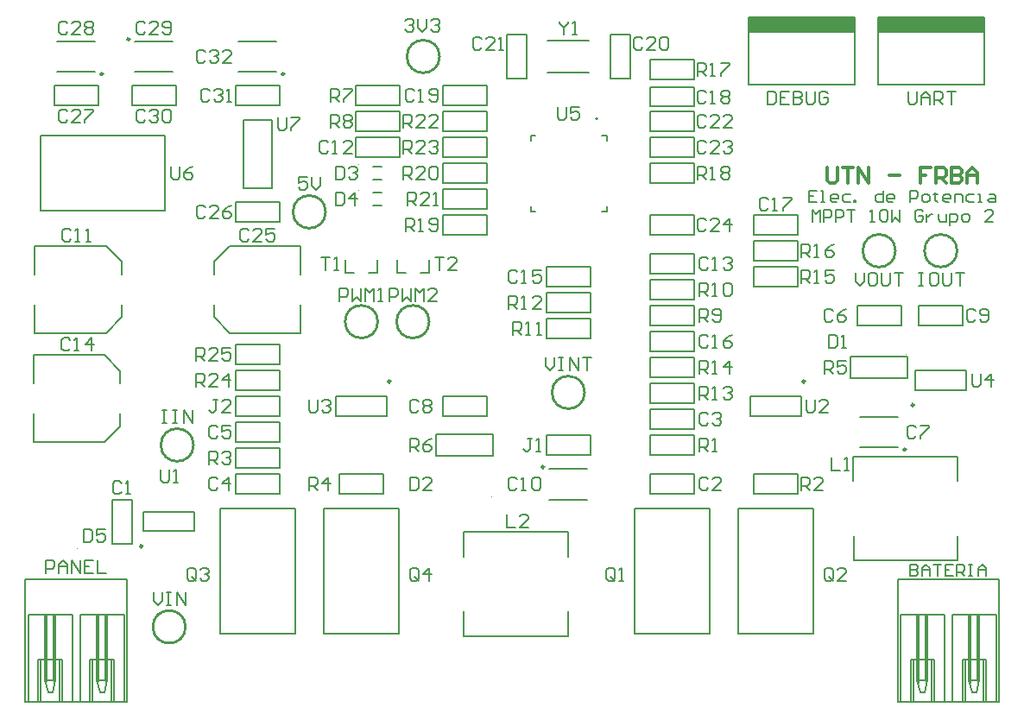
<source format=gto>
G04*
G04 #@! TF.GenerationSoftware,Altium Limited,Altium Designer,23.3.1 (30)*
G04*
G04 Layer_Color=65535*
%FSLAX45Y45*%
%MOMM*%
G71*
G04*
G04 #@! TF.SameCoordinates,551D5C09-00C5-4FD8-83AD-956C1D01ED91*
G04*
G04*
G04 #@! TF.FilePolarity,Positive*
G04*
G01*
G75*
%ADD10C,0.25400*%
%ADD11C,0.10000*%
%ADD12C,0.15240*%
%ADD13C,0.25000*%
%ADD14C,0.20000*%
%ADD15C,0.20320*%
%ADD16C,0.12700*%
%ADD17C,0.30480*%
%ADD18R,5.33400X1.52400*%
D10*
X3844000Y2909500D02*
G03*
X3844000Y2909500I-12500J0D01*
G01*
X9399561Y4191000D02*
G03*
X9399561Y4191000I-160000J0D01*
G01*
X4224000Y3495180D02*
G03*
X4224000Y3495180I-160000J0D01*
G01*
X3718700Y3495180D02*
G03*
X3718700Y3495180I-160000J0D01*
G01*
X1912557Y2286000D02*
G03*
X1912557Y2286000I-160000J0D01*
G01*
X4325600Y6096000D02*
G03*
X4325600Y6096000I-160000J0D01*
G01*
X3208000Y4572000D02*
G03*
X3208000Y4572000I-160000J0D01*
G01*
X1833956Y502278D02*
G03*
X1833956Y502278I-160000J0D01*
G01*
X5748000Y2801538D02*
G03*
X5748000Y2801538I-160000J0D01*
G01*
X8796000Y4191000D02*
G03*
X8796000Y4191000I-160000J0D01*
G01*
X8976561Y2678500D02*
G03*
X8976561Y2678500I-12500J0D01*
G01*
X1410957Y1292401D02*
G03*
X1410957Y1292401I-12500J0D01*
G01*
X7908000Y2909500D02*
G03*
X7908000Y2909500I-12500J0D01*
G01*
D11*
X8901000Y3175750D02*
G03*
X8901000Y3175750I-5000J0D01*
G01*
X3538890Y5039213D02*
G03*
X3538890Y5039213I-5000J0D01*
G01*
Y4785213D02*
G03*
X3538890Y4785213I-5000J0D01*
G01*
X773000Y1269500D02*
G03*
X773000Y1269500I-5000J0D01*
G01*
X4837000Y1777500D02*
G03*
X4837000Y1777500I-5000J0D01*
G01*
D12*
X5873160Y5483010D02*
G03*
X5873160Y5483010I-7620J0D01*
G01*
X5962650Y5271434D02*
Y5320030D01*
X5914054Y4575810D02*
X5962650D01*
X5218430D02*
Y4624406D01*
Y5320030D02*
X5267026D01*
X5914054D02*
X5962650D01*
Y4575810D02*
Y4624406D01*
X5218430Y4575810D02*
X5267026D01*
X5218430Y5271434D02*
Y5320030D01*
D13*
X8898500Y2243000D02*
G03*
X8898500Y2243000I-12500J0D01*
G01*
X2802500Y5926000D02*
G03*
X2802500Y5926000I-12500J0D01*
G01*
X1024500D02*
G03*
X1024500Y5926000I-12500J0D01*
G01*
X1286500Y6266000D02*
G03*
X1286500Y6266000I-12500J0D01*
G01*
X5350500Y2071019D02*
G03*
X5350500Y2071019I-12500J0D01*
G01*
D14*
X3306000Y2762000D02*
X3806000D01*
X3306000Y2572000D02*
X3806000D01*
Y2762000D01*
X3306000Y2572000D02*
Y2762000D01*
X6388100Y6065520D02*
X6819900D01*
X6388100Y5872480D02*
X6819900D01*
X6388100D02*
Y6065520D01*
X6819900Y5872480D02*
Y6065520D01*
X1115564Y1319001D02*
X1308604D01*
X1115564Y1750801D02*
X1308604D01*
X1115564Y1319001D02*
Y1750801D01*
X1308604Y1319001D02*
Y1750801D01*
X8816273Y-233000D02*
X9812274D01*
X8816273Y967000D02*
X9812274D01*
X8816273Y-233000D02*
Y967000D01*
X8943273Y182000D02*
X9177273D01*
X9152274Y-233000D02*
Y182000D01*
X8968273Y-233000D02*
Y182000D01*
X8943273Y-233000D02*
Y182000D01*
X9177273Y-233000D02*
Y182000D01*
X8844867Y-233000D02*
Y622000D01*
X9275680Y-233000D02*
Y622000D01*
X9040274Y-143000D02*
X9080273D01*
X9101264Y-43772D02*
X9102700Y-49557D01*
X9098259Y-32814D02*
X9101264Y-43772D01*
X9095085Y-22714D02*
X9098259Y-32814D01*
X9093440Y-18000D02*
X9095085Y-22714D01*
X9025462D02*
X9027107Y-18000D01*
X9022288Y-32814D02*
X9025462Y-22714D01*
X9019282Y-43772D02*
X9022288Y-32814D01*
X9017847Y-49557D02*
X9019282Y-43772D01*
X9017847Y-49557D02*
X9019282Y-43772D01*
X9022288Y-32814D01*
X9025462Y-22714D01*
X9027107Y-18000D01*
X9093440D01*
Y622000D01*
X9080273Y-143000D02*
X9110273Y-18000D01*
Y622000D01*
X9010273Y-18000D02*
X9040274Y-143000D01*
X9010273Y-18000D02*
Y622000D01*
X9027107Y-18000D02*
Y622000D01*
X8844867D02*
X9275680D01*
X9352867D02*
X9783680D01*
X9535107Y-18000D02*
Y622000D01*
X9518274Y-18000D02*
Y622000D01*
Y-18000D02*
X9548274Y-143000D01*
X9535107Y-18000D02*
X9601440D01*
X9533462Y-22714D02*
X9535107Y-18000D01*
X9530288Y-32814D02*
X9533462Y-22714D01*
X9527283Y-43772D02*
X9530288Y-32814D01*
X9525847Y-49557D02*
X9527283Y-43772D01*
X9525847Y-49557D02*
X9527283Y-43772D01*
X9530288Y-32814D01*
X9533462Y-22714D01*
X9535107Y-18000D01*
X9548274Y-143000D02*
X9588274D01*
X9352867Y-233000D02*
Y622000D01*
X9451274Y-233000D02*
Y182000D01*
X9476274Y-233000D02*
Y182000D01*
X9451274D02*
X9685274D01*
X9660274Y-233000D02*
Y182000D01*
X9685273Y-233000D02*
Y182000D01*
X9783680Y-233000D02*
Y622000D01*
X9609264Y-43772D02*
X9610700Y-49557D01*
X9606259Y-32814D02*
X9609264Y-43772D01*
X9603085Y-22714D02*
X9606259Y-32814D01*
X9601440Y-18000D02*
X9603085Y-22714D01*
X9601440Y-18000D02*
Y622000D01*
X9588273Y-143000D02*
X9618273Y-18000D01*
Y622000D01*
X9812274Y-233000D02*
Y967000D01*
X6388100Y4348480D02*
X6819900D01*
X6388100Y4541520D02*
X6819900D01*
Y4348480D02*
Y4541520D01*
X6388100Y4348480D02*
Y4541520D01*
X7404100D02*
X7835900D01*
X7404100Y4348480D02*
X7835900D01*
X7404100D02*
Y4541520D01*
X7835900Y4348480D02*
Y4541520D01*
X7404100Y4094480D02*
X7835900D01*
X7404100Y4287520D02*
X7835900D01*
Y4094480D02*
Y4287520D01*
X7404100Y4094480D02*
Y4287520D01*
Y4033520D02*
X7835900D01*
X7404100Y3840480D02*
X7835900D01*
X7404100D02*
Y4033520D01*
X7835900Y3840480D02*
Y4033520D01*
X8623300Y5816600D02*
Y6477000D01*
Y5816600D02*
X9156700D01*
X8623300Y6477000D02*
X9156700D01*
X9131300Y5816600D02*
X9664700D01*
Y6477000D01*
X9131300D02*
X9664700D01*
X7353300Y5816600D02*
Y6477000D01*
Y5816600D02*
X7886700D01*
X7353300Y6477000D02*
X7886700D01*
X7861300Y5816600D02*
X8394700D01*
Y6477000D01*
X7861300D02*
X8394700D01*
X5372100Y3332480D02*
Y3525520D01*
X5803900Y3332480D02*
Y3525520D01*
X5372100D02*
X5803900D01*
X5372100Y3332480D02*
X5803900D01*
Y3586480D02*
Y3779520D01*
X5372100Y3586480D02*
Y3779520D01*
Y3586480D02*
X5803900D01*
X5372100Y3779520D02*
X5803900D01*
X5372100Y3840480D02*
Y4033520D01*
X5803900Y3840480D02*
Y4033520D01*
X5372100D02*
X5803900D01*
X5372100Y3840480D02*
X5803900D01*
X6819900Y3205480D02*
Y3398520D01*
X6388100Y3205480D02*
Y3398520D01*
Y3205480D02*
X6819900D01*
X6388100Y3398520D02*
X6819900D01*
Y2697480D02*
Y2890520D01*
X6388100Y2697480D02*
Y2890520D01*
Y2697480D02*
X6819900D01*
X6388100Y2890520D02*
X6819900D01*
X6388100Y2951480D02*
Y3144520D01*
X6819900Y2951480D02*
Y3144520D01*
X6388100D02*
X6819900D01*
X6388100Y2951480D02*
X6819900D01*
X9455461Y3459480D02*
Y3652520D01*
X9023661Y3459480D02*
Y3652520D01*
Y3459480D02*
X9455461D01*
X9023661Y3652520D02*
X9455461D01*
X6819900Y3459480D02*
Y3652520D01*
X6388100Y3459480D02*
Y3652520D01*
Y3459480D02*
X6819900D01*
X6388100Y3652520D02*
X6819900D01*
X3499204Y5110480D02*
Y5303520D01*
X3931004Y5110480D02*
Y5303520D01*
X3499204D02*
X3931004D01*
X3499204Y5110480D02*
X3931004D01*
X3499204Y5618480D02*
Y5811520D01*
X3931004Y5618480D02*
Y5811520D01*
X3499204D02*
X3931004D01*
X3499204Y5618480D02*
X3931004D01*
Y5364480D02*
Y5557520D01*
X3499204Y5364480D02*
Y5557520D01*
Y5364480D02*
X3931004D01*
X3499204Y5557520D02*
X3931004D01*
X6388100Y5605780D02*
Y5798820D01*
X6819900Y5605780D02*
Y5798820D01*
X6388100D02*
X6819900D01*
X6388100Y5605780D02*
X6819900D01*
X3670104Y5015500D02*
X3760103D01*
X3670104Y4890500D02*
X3760103D01*
X3670104Y4761500D02*
X3760103D01*
X3670104Y4636500D02*
X3760103D01*
X4848860Y2179320D02*
Y2392680D01*
X4292600D02*
X4848860D01*
X4292600Y2179320D02*
X4848860D01*
X4292600D02*
Y2392680D01*
X4356100Y2570480D02*
X4787900D01*
X4356100Y2763520D02*
X4787900D01*
Y2570480D02*
Y2763520D01*
X4356100Y2570480D02*
Y2763520D01*
X2324100Y2824480D02*
Y3017520D01*
X2755900Y2824480D02*
Y3017520D01*
X2324100D02*
X2755900D01*
X2324100Y2824480D02*
X2755900D01*
X2324100Y3078480D02*
Y3271520D01*
X2755900Y3078480D02*
Y3271520D01*
X2324100D02*
X2755900D01*
X2324100Y3078480D02*
X2755900D01*
X4356100Y4856480D02*
Y5049520D01*
X4787900Y4856480D02*
Y5049520D01*
X4356100D02*
X4787900D01*
X4356100Y4856480D02*
X4787900D01*
X4356100Y4602480D02*
Y4795520D01*
X4787900Y4602480D02*
Y4795520D01*
X4356100D02*
X4787900D01*
X4356100Y4602480D02*
X4787900D01*
X4219000Y3974500D02*
Y4104500D01*
X4134000Y3974500D02*
X4219000D01*
X3909000D02*
Y4104500D01*
Y3974500D02*
X3994000D01*
X3711000D02*
Y4104500D01*
X3626000Y3974500D02*
X3711000D01*
X3401000D02*
Y4104500D01*
Y3974500D02*
X3486000D01*
X4356100Y5364480D02*
Y5557520D01*
X4787900Y5364480D02*
Y5557520D01*
X4356100D02*
X4787900D01*
X4356100Y5364480D02*
X4787900D01*
X4356100Y5110480D02*
Y5303520D01*
X4787900Y5110480D02*
Y5303520D01*
X4356100D02*
X4787900D01*
X4356100Y5110480D02*
X4787900D01*
X6388100Y4856480D02*
Y5049520D01*
X6819900Y4856480D02*
Y5049520D01*
X6388100D02*
X6819900D01*
X6388100Y4856480D02*
X6819900D01*
X4356100Y4348480D02*
Y4541520D01*
X4787900Y4348480D02*
Y4541520D01*
X4356100D02*
X4787900D01*
X4356100Y4348480D02*
X4787900D01*
Y5618480D02*
Y5811520D01*
X4356100Y5618480D02*
Y5811520D01*
Y5618480D02*
X4787900D01*
X4356100Y5811520D02*
X4787900D01*
X6388100Y5364480D02*
Y5557520D01*
X6819900Y5364480D02*
Y5557520D01*
X6388100D02*
X6819900D01*
X6388100Y5364480D02*
X6819900D01*
X6388100Y5110480D02*
Y5303520D01*
X6819900Y5110480D02*
Y5303520D01*
X6388100D02*
X6819900D01*
X6388100Y5110480D02*
X6819900D01*
X4983480Y6311900D02*
X5176520D01*
X4983480Y5880100D02*
X5176520D01*
Y6311900D01*
X4983480Y5880100D02*
Y6311900D01*
X5999480D02*
X6192520D01*
X5999480Y5880100D02*
X6192520D01*
Y6311900D01*
X5999480Y5880100D02*
Y6311900D01*
X8451000Y2563000D02*
X8821000D01*
X8451000Y2263000D02*
X8821000D01*
X5372100Y2189480D02*
X5803900D01*
X5372100Y2382520D02*
X5803900D01*
Y2189480D02*
Y2382520D01*
X5372100Y2189480D02*
Y2382520D01*
X8989561Y2826000D02*
X9489561D01*
X8989561Y3016000D02*
X9489561D01*
X8989561Y2826000D02*
Y3016000D01*
X9489561Y2826000D02*
Y3016000D01*
X2324100Y4668520D02*
X2755900D01*
X2324100Y4475480D02*
X2755900D01*
X2324100D02*
Y4668520D01*
X2755900Y4475480D02*
Y4668520D01*
X2355000Y5946000D02*
X2725000D01*
X2355000Y6246000D02*
X2725000D01*
X2324100Y5618480D02*
Y5811520D01*
X2755900Y5618480D02*
Y5811520D01*
X2324100D02*
X2755900D01*
X2324100Y5618480D02*
X2755900D01*
X2679700Y4800991D02*
Y5470991D01*
X2400300Y4800991D02*
X2679700D01*
X2400300Y5470991D02*
X2679700D01*
X2400300Y5470991D02*
X2400300Y5470991D01*
X2400300Y4800991D02*
Y5470991D01*
X577000Y6246000D02*
X947000D01*
X577000Y5946000D02*
X947000D01*
X1339000D02*
X1709000D01*
X1339000Y6246000D02*
X1709000D01*
X1308100Y5618480D02*
X1739900D01*
X1308100Y5811520D02*
X1739900D01*
Y5618480D02*
Y5811520D01*
X1308100Y5618480D02*
Y5811520D01*
X410834Y4583300D02*
X1632574D01*
X410834Y5322700D02*
X1632574D01*
Y4583300D02*
Y5322700D01*
X410834Y4583300D02*
Y5322700D01*
X546100Y5618480D02*
X977900D01*
X546100Y5811520D02*
X977900D01*
Y5618480D02*
Y5811520D01*
X546100Y5618480D02*
Y5811520D01*
X2324100Y2763520D02*
X2755900D01*
X2324100Y2570480D02*
X2755900D01*
X2324100D02*
Y2763520D01*
X2755900Y2570480D02*
Y2763520D01*
X2115000Y3957500D02*
Y4081250D01*
X2268750Y4235000D01*
X2115000Y3538750D02*
X2268750Y3385000D01*
X2115000Y3538750D02*
Y3662500D01*
X2268750Y4235000D02*
X2965000D01*
Y3957500D02*
Y4235000D01*
Y3385000D02*
Y3662500D01*
X2268750Y3385000D02*
X2965000D01*
X1923957Y1439901D02*
Y1629901D01*
X1423957Y1439901D02*
Y1629901D01*
X1923957D01*
X1423957Y1439901D02*
X1923957D01*
X7250300Y439180D02*
X7989700D01*
X7250300Y1660920D02*
X7989700D01*
X7250300Y439180D02*
Y1660920D01*
X7989700Y439180D02*
Y1660920D01*
X6234300Y439180D02*
X6973700D01*
X6234300Y1660920D02*
X6973700D01*
X6234300Y439180D02*
Y1660920D01*
X6973700Y439180D02*
Y1660920D01*
X3186300Y439180D02*
X3925700D01*
X3186300Y1660920D02*
X3925700D01*
X3186300Y439180D02*
Y1660920D01*
X3925700Y439180D02*
Y1660920D01*
X2170300Y439180D02*
X2909700D01*
X2170300Y1660920D02*
X2909700D01*
X2170300Y439180D02*
Y1660920D01*
X2909700Y439180D02*
Y1660920D01*
X2755900Y2316480D02*
Y2509520D01*
X2324100Y2316480D02*
Y2509520D01*
Y2316480D02*
X2755900D01*
X2324100Y2509520D02*
X2755900D01*
Y2062480D02*
Y2255520D01*
X2324100Y2062480D02*
Y2255520D01*
Y2062480D02*
X2755900D01*
X2324100Y2255520D02*
X2755900D01*
Y1808480D02*
Y2001520D01*
X2324100Y1808480D02*
Y2001520D01*
Y1808480D02*
X2755900D01*
X2324100Y2001520D02*
X2755900D01*
X3340100Y1808480D02*
Y2001520D01*
X3771900Y1808480D02*
Y2001520D01*
X3340100D02*
X3771900D01*
X3340100Y1808480D02*
X3771900D01*
X1260000Y-233000D02*
Y967000D01*
X1066000Y-18000D02*
Y622000D01*
X1036000Y-143000D02*
X1066000Y-18000D01*
X1049166D02*
Y622000D01*
Y-18000D02*
X1050812Y-22714D01*
X1053985Y-32814D01*
X1056991Y-43772D01*
X1058426Y-49557D01*
X1231407Y-233000D02*
Y622000D01*
X1133000Y-233000D02*
Y182000D01*
X1108000Y-233000D02*
Y182000D01*
X899000D02*
X1133000D01*
X924000Y-233000D02*
Y182000D01*
X899000Y-233000D02*
Y182000D01*
X800594Y-233000D02*
Y622000D01*
X996000Y-143000D02*
X1036000D01*
X981188Y-22714D02*
X982834Y-18000D01*
X978015Y-32814D02*
X981188Y-22714D01*
X975009Y-43772D02*
X978015Y-32814D01*
X973574Y-49557D02*
X975009Y-43772D01*
X973574Y-49557D02*
X975009Y-43772D01*
X978015Y-32814D01*
X981188Y-22714D01*
X982834Y-18000D01*
X1049167D01*
X966000D02*
X996000Y-143000D01*
X966000Y-18000D02*
Y622000D01*
X982834Y-18000D02*
Y622000D01*
X800594D02*
X1231407D01*
X292593D02*
X723407D01*
X474834Y-18000D02*
Y622000D01*
X458000Y-18000D02*
Y622000D01*
Y-18000D02*
X488000Y-143000D01*
X558000Y-18000D02*
Y622000D01*
X528000Y-143000D02*
X558000Y-18000D01*
X541166D02*
Y622000D01*
X474834Y-18000D02*
X541166D01*
X473188Y-22714D02*
X474834Y-18000D01*
X470014Y-32814D02*
X473188Y-22714D01*
X467009Y-43772D02*
X470014Y-32814D01*
X465574Y-49557D02*
X467009Y-43772D01*
X465574Y-49557D02*
X467009Y-43772D01*
X470014Y-32814D01*
X473188Y-22714D01*
X474834Y-18000D01*
X541166D02*
X542812Y-22714D01*
X545985Y-32814D01*
X548991Y-43772D01*
X550426Y-49557D01*
X488000Y-143000D02*
X528000D01*
X723407Y-233000D02*
Y622000D01*
X292593Y-233000D02*
Y622000D01*
X625000Y-233000D02*
Y182000D01*
X391000Y-233000D02*
Y182000D01*
X416000Y-233000D02*
Y182000D01*
X600000Y-233000D02*
Y182000D01*
X391000D02*
X625000D01*
X264000Y-233000D02*
Y967000D01*
X1260000D01*
X264000Y-233000D02*
X1260000D01*
X6819900Y2189480D02*
Y2382520D01*
X6388100Y2189480D02*
Y2382520D01*
Y2189480D02*
X6819900D01*
X6388100Y2382520D02*
X6819900D01*
X7404100Y1808480D02*
Y2001520D01*
X7835900Y1808480D02*
Y2001520D01*
X7404100D02*
X7835900D01*
X7404100Y1808480D02*
X7835900D01*
X1195500Y2470230D02*
Y2593980D01*
X1041750Y2316480D02*
X1195500Y2470230D01*
X1041750Y3166480D02*
X1195500Y3012730D01*
Y2888980D02*
Y3012730D01*
X345500Y2316480D02*
X1041750D01*
X345500D02*
Y2593980D01*
Y2888980D02*
Y3166480D01*
X1041750D01*
X1207154Y3538750D02*
Y3662500D01*
X1053404Y3385000D02*
X1207154Y3538750D01*
X1053404Y4235000D02*
X1207154Y4081250D01*
Y3957500D02*
Y4081250D01*
X357154Y3385000D02*
X1053404D01*
X357154D02*
Y3662500D01*
Y3957500D02*
Y4235000D01*
X1053404D01*
X8356600Y2941320D02*
Y3154680D01*
Y2941320D02*
X8912860D01*
X8356600Y3154680D02*
X8912860D01*
Y2941320D02*
Y3154680D01*
X7370000Y2572000D02*
Y2762000D01*
X7870000Y2572000D02*
Y2762000D01*
X7370000Y2572000D02*
X7870000D01*
X7370000Y2762000D02*
X7870000D01*
X8420100Y3459480D02*
Y3652520D01*
X8851900Y3459480D02*
Y3652520D01*
X8420100D02*
X8851900D01*
X8420100Y3459480D02*
X8851900D01*
X5403000Y2051019D02*
X5773000D01*
X5403000Y1751019D02*
X5773000D01*
X6819900Y1808480D02*
Y2001520D01*
X6388100Y1808480D02*
Y2001520D01*
Y1808480D02*
X6819900D01*
X6388100Y2001520D02*
X6819900D01*
Y2443480D02*
Y2636520D01*
X6388100Y2443480D02*
Y2636520D01*
Y2443480D02*
X6819900D01*
X6388100Y2636520D02*
X6819900D01*
Y3967480D02*
Y4160520D01*
X6388100Y3967480D02*
Y4160520D01*
Y3967480D02*
X6819900D01*
X6388100Y4160520D02*
X6819900D01*
X6388100Y3713480D02*
Y3906520D01*
X6819900Y3713480D02*
Y3906520D01*
X6388100D02*
X6819900D01*
X6388100Y3713480D02*
X6819900D01*
D15*
X5583308Y1191875D02*
Y1431875D01*
X4563308Y1191875D02*
Y1431875D01*
X5583308D01*
X4564210Y413940D02*
Y653940D01*
X5584210Y413940D02*
Y653940D01*
X4564210Y413940D02*
X5584210D01*
X9403498Y1931635D02*
Y2171635D01*
X8383498Y1931635D02*
Y2171635D01*
X9403498D01*
X8384400Y1153700D02*
Y1393700D01*
X9404400Y1153700D02*
Y1393700D01*
X8384400Y1153700D02*
X9404400D01*
X7978822Y4478008D02*
Y4592271D01*
X8016910Y4554183D01*
X8054998Y4592271D01*
Y4478008D01*
X8093085D02*
Y4592271D01*
X8150217D01*
X8169261Y4573227D01*
Y4535139D01*
X8150217Y4516096D01*
X8093085D01*
X8207349Y4478008D02*
Y4592271D01*
X8264480D01*
X8283524Y4573227D01*
Y4535139D01*
X8264480Y4516096D01*
X8207349D01*
X8321612Y4592271D02*
X8397787D01*
X8359700D01*
Y4478008D01*
X8550138D02*
X8588226D01*
X8569182D01*
Y4592271D01*
X8550138Y4573227D01*
X8645357D02*
X8664401Y4592271D01*
X8702489D01*
X8721533Y4573227D01*
Y4497052D01*
X8702489Y4478008D01*
X8664401D01*
X8645357Y4497052D01*
Y4573227D01*
X8759621Y4592271D02*
Y4478008D01*
X8797708Y4516096D01*
X8835796Y4478008D01*
Y4592271D01*
X9064322Y4573227D02*
X9045278Y4592271D01*
X9007191D01*
X8988147Y4573227D01*
Y4497052D01*
X9007191Y4478008D01*
X9045278D01*
X9064322Y4497052D01*
Y4535139D01*
X9026235D01*
X9102410Y4554183D02*
Y4478008D01*
Y4516096D01*
X9121454Y4535139D01*
X9140498Y4554183D01*
X9159541D01*
X9216673D02*
Y4497052D01*
X9235717Y4478008D01*
X9292849D01*
Y4554183D01*
X9330936Y4439920D02*
Y4554183D01*
X9388068D01*
X9407112Y4535139D01*
Y4497052D01*
X9388068Y4478008D01*
X9330936D01*
X9464243D02*
X9502331D01*
X9521375Y4497052D01*
Y4535139D01*
X9502331Y4554183D01*
X9464243D01*
X9445200Y4535139D01*
Y4497052D01*
X9464243Y4478008D01*
X9749901D02*
X9673726D01*
X9749901Y4554183D01*
Y4573227D01*
X9730857Y4592271D01*
X9692770D01*
X9673726Y4573227D01*
X8026432Y4782783D02*
X7950257D01*
Y4668520D01*
X8026432D01*
X7950257Y4725651D02*
X7988344D01*
X8064520Y4668520D02*
X8102608D01*
X8083564D01*
Y4782783D01*
X8064520D01*
X8216871Y4668520D02*
X8178783D01*
X8159739Y4687564D01*
Y4725651D01*
X8178783Y4744695D01*
X8216871D01*
X8235914Y4725651D01*
Y4706608D01*
X8159739D01*
X8350178Y4744695D02*
X8293046D01*
X8274002Y4725651D01*
Y4687564D01*
X8293046Y4668520D01*
X8350178D01*
X8388265D02*
Y4687564D01*
X8407309D01*
Y4668520D01*
X8388265D01*
X8673923Y4782783D02*
Y4668520D01*
X8616792D01*
X8597748Y4687564D01*
Y4725651D01*
X8616792Y4744695D01*
X8673923D01*
X8769142Y4668520D02*
X8731055D01*
X8712011Y4687564D01*
Y4725651D01*
X8731055Y4744695D01*
X8769142D01*
X8788186Y4725651D01*
Y4706608D01*
X8712011D01*
X8940537Y4668520D02*
Y4782783D01*
X8997669D01*
X9016713Y4763739D01*
Y4725651D01*
X8997669Y4706608D01*
X8940537D01*
X9073844Y4668520D02*
X9111932D01*
X9130976Y4687564D01*
Y4725651D01*
X9111932Y4744695D01*
X9073844D01*
X9054801Y4725651D01*
Y4687564D01*
X9073844Y4668520D01*
X9188108Y4763739D02*
Y4744695D01*
X9169064D01*
X9207152D01*
X9188108D01*
Y4687564D01*
X9207152Y4668520D01*
X9321414D02*
X9283327D01*
X9264283Y4687564D01*
Y4725651D01*
X9283327Y4744695D01*
X9321414D01*
X9340458Y4725651D01*
Y4706608D01*
X9264283D01*
X9378546Y4668520D02*
Y4744695D01*
X9435678D01*
X9454722Y4725651D01*
Y4668520D01*
X9568985Y4744695D02*
X9511853D01*
X9492809Y4725651D01*
Y4687564D01*
X9511853Y4668520D01*
X9568985D01*
X9607072D02*
X9645160D01*
X9626116D01*
Y4744695D01*
X9607072D01*
X9721336D02*
X9759423D01*
X9778467Y4725651D01*
Y4668520D01*
X9721336D01*
X9702292Y4687564D01*
X9721336Y4706608D01*
X9778467D01*
X3043801Y2730479D02*
Y2624680D01*
X3064961Y2603521D01*
X3107280D01*
X3128440Y2624680D01*
Y2730479D01*
X3170760Y2709320D02*
X3191919Y2730479D01*
X3234239D01*
X3255399Y2709320D01*
Y2688160D01*
X3234239Y2667000D01*
X3213079D01*
X3234239D01*
X3255399Y2645840D01*
Y2624680D01*
X3234239Y2603521D01*
X3191919D01*
X3170760Y2624680D01*
X6853801Y5905521D02*
Y6032479D01*
X6917280D01*
X6938440Y6011320D01*
Y5969000D01*
X6917280Y5947840D01*
X6853801D01*
X6896121D02*
X6938440Y5905521D01*
X6980760D02*
X7023079D01*
X7001919D01*
Y6032479D01*
X6980760Y6011320D01*
X7086559Y6032479D02*
X7171198D01*
Y6011320D01*
X7086559Y5926680D01*
Y5905521D01*
X1207442Y1911510D02*
X1186282Y1932670D01*
X1143962D01*
X1122802Y1911510D01*
Y1826871D01*
X1143962Y1805711D01*
X1186282D01*
X1207442Y1826871D01*
X1249761Y1805711D02*
X1292081D01*
X1270921D01*
Y1932670D01*
X1249761Y1911510D01*
X4980950Y1605197D02*
Y1478238D01*
X5065590D01*
X5192548D02*
X5107909D01*
X5192548Y1562878D01*
Y1584037D01*
X5171388Y1605197D01*
X5129069D01*
X5107909Y1584037D01*
X8140721Y3366730D02*
Y3239771D01*
X8204200D01*
X8225360Y3260930D01*
Y3345570D01*
X8204200Y3366730D01*
X8140721D01*
X8267679Y3239771D02*
X8309999D01*
X8288839D01*
Y3366730D01*
X8267679Y3345570D01*
X8941278Y1115244D02*
Y1000981D01*
X8998409D01*
X9017453Y1020025D01*
Y1039069D01*
X8998409Y1058113D01*
X8941278D01*
X8998409D01*
X9017453Y1077157D01*
Y1096200D01*
X8998409Y1115244D01*
X8941278D01*
X9055541Y1000981D02*
Y1077157D01*
X9093628Y1115244D01*
X9131716Y1077157D01*
Y1000981D01*
Y1058113D01*
X9055541D01*
X9169804Y1115244D02*
X9245979D01*
X9207892D01*
Y1000981D01*
X9360242Y1115244D02*
X9284067D01*
Y1000981D01*
X9360242D01*
X9284067Y1058113D02*
X9322155D01*
X9398330Y1000981D02*
Y1115244D01*
X9455462D01*
X9474506Y1096200D01*
Y1058113D01*
X9455462Y1039069D01*
X9398330D01*
X9436418D02*
X9474506Y1000981D01*
X9512593Y1115244D02*
X9550681D01*
X9531637D01*
Y1000981D01*
X9512593D01*
X9550681D01*
X9607813D02*
Y1077157D01*
X9645900Y1115244D01*
X9683988Y1077157D01*
Y1000981D01*
Y1058113D01*
X9607813D01*
X9023422Y3975079D02*
X9065742D01*
X9044582D01*
Y3848121D01*
X9023422D01*
X9065742D01*
X9192700Y3975079D02*
X9150381D01*
X9129221Y3953920D01*
Y3869280D01*
X9150381Y3848121D01*
X9192700D01*
X9213860Y3869280D01*
Y3953920D01*
X9192700Y3975079D01*
X9256180D02*
Y3869280D01*
X9277340Y3848121D01*
X9319659D01*
X9340819Y3869280D01*
Y3975079D01*
X9383139D02*
X9467778D01*
X9425458D01*
Y3848121D01*
X5503361Y6438879D02*
Y6417720D01*
X5545681Y6375400D01*
X5588000Y6417720D01*
Y6438879D01*
X5545681Y6375400D02*
Y6311921D01*
X5630320D02*
X5672639D01*
X5651479D01*
Y6438879D01*
X5630320Y6417720D01*
X3989618Y6443120D02*
X4010778Y6464279D01*
X4053097D01*
X4074257Y6443120D01*
Y6421960D01*
X4053097Y6400800D01*
X4031938D01*
X4053097D01*
X4074257Y6379640D01*
Y6358480D01*
X4053097Y6337321D01*
X4010778D01*
X3989618Y6358480D01*
X4116577Y6464279D02*
Y6379640D01*
X4158896Y6337321D01*
X4201216Y6379640D01*
Y6464279D01*
X4243536Y6443120D02*
X4264695Y6464279D01*
X4307015D01*
X4328175Y6443120D01*
Y6421960D01*
X4307015Y6400800D01*
X4285855D01*
X4307015D01*
X4328175Y6379640D01*
Y6358480D01*
X4307015Y6337321D01*
X4264695D01*
X4243536Y6358480D01*
X3026840Y4914879D02*
X2942201D01*
Y4851400D01*
X2984521Y4872560D01*
X3005680D01*
X3026840Y4851400D01*
Y4809080D01*
X3005680Y4787921D01*
X2963361D01*
X2942201Y4809080D01*
X3069160Y4914879D02*
Y4830240D01*
X3111479Y4787921D01*
X3153799Y4830240D01*
Y4914879D01*
X3831242Y3695721D02*
Y3822679D01*
X3894721D01*
X3915881Y3801520D01*
Y3759200D01*
X3894721Y3738040D01*
X3831242D01*
X3958201Y3822679D02*
Y3695721D01*
X4000521Y3738040D01*
X4042840Y3695721D01*
Y3822679D01*
X4085160Y3695721D02*
Y3822679D01*
X4127479Y3780360D01*
X4169799Y3822679D01*
Y3695721D01*
X4296758D02*
X4212119D01*
X4296758Y3780360D01*
Y3801520D01*
X4275598Y3822679D01*
X4233278D01*
X4212119Y3801520D01*
X3344402Y3695721D02*
Y3822679D01*
X3407881D01*
X3429041Y3801520D01*
Y3759200D01*
X3407881Y3738040D01*
X3344402D01*
X3471361Y3822679D02*
Y3695721D01*
X3513681Y3738040D01*
X3556000Y3695721D01*
Y3822679D01*
X3598320Y3695721D02*
Y3822679D01*
X3640639Y3780360D01*
X3682959Y3822679D01*
Y3695721D01*
X3725279D02*
X3767598D01*
X3746438D01*
Y3822679D01*
X3725279Y3801520D01*
X5365822Y3144418D02*
Y3059778D01*
X5408142Y3017459D01*
X5450461Y3059778D01*
Y3144418D01*
X5492781D02*
X5535100D01*
X5513940D01*
Y3017459D01*
X5492781D01*
X5535100D01*
X5598580D02*
Y3144418D01*
X5683219Y3017459D01*
Y3144418D01*
X5725539D02*
X5810178D01*
X5767858D01*
Y3017459D01*
X8403242Y3975079D02*
Y3890440D01*
X8445562Y3848121D01*
X8487881Y3890440D01*
Y3975079D01*
X8593680D02*
X8551361D01*
X8530201Y3953920D01*
Y3869280D01*
X8551361Y3848121D01*
X8593680D01*
X8614840Y3869280D01*
Y3953920D01*
X8593680Y3975079D01*
X8657160D02*
Y3869280D01*
X8678319Y3848121D01*
X8720639D01*
X8741799Y3869280D01*
Y3975079D01*
X8784119D02*
X8868758D01*
X8826438D01*
Y3848121D01*
X1517701Y842876D02*
Y758237D01*
X1560021Y715917D01*
X1602341Y758237D01*
Y842876D01*
X1644660D02*
X1686980D01*
X1665820D01*
Y715917D01*
X1644660D01*
X1686980D01*
X1750459D02*
Y842876D01*
X1835099Y715917D01*
Y842876D01*
X1604481Y2628879D02*
X1646801D01*
X1625641D01*
Y2501921D01*
X1604481D01*
X1646801D01*
X1710280Y2628879D02*
X1752600D01*
X1731440D01*
Y2501921D01*
X1710280D01*
X1752600D01*
X1816079D02*
Y2628879D01*
X1900719Y2501921D01*
Y2628879D01*
X2150520Y2730479D02*
X2108200D01*
X2129360D01*
Y2624680D01*
X2108200Y2603521D01*
X2087040D01*
X2065880Y2624680D01*
X2277479Y2603521D02*
X2192839D01*
X2277479Y2688160D01*
Y2709320D01*
X2256319Y2730479D01*
X2213999D01*
X2192839Y2709320D01*
X5232400Y2349479D02*
X5190081D01*
X5211240D01*
Y2243680D01*
X5190081Y2222521D01*
X5168921D01*
X5147761Y2243680D01*
X5274720Y2222521D02*
X5317039D01*
X5295879D01*
Y2349479D01*
X5274720Y2328320D01*
X834001Y1460479D02*
Y1333521D01*
X897480D01*
X918640Y1354680D01*
Y1439320D01*
X897480Y1460479D01*
X834001D01*
X1045599D02*
X960960D01*
Y1397000D01*
X1003279Y1418160D01*
X1024439D01*
X1045599Y1397000D01*
Y1354680D01*
X1024439Y1333521D01*
X982119D01*
X960960Y1354680D01*
X2739001Y5499079D02*
Y5393280D01*
X2760161Y5372121D01*
X2802480D01*
X2823640Y5393280D01*
Y5499079D01*
X2865960D02*
X2950599D01*
Y5477920D01*
X2865960Y5393280D01*
Y5372121D01*
X1692355Y5016479D02*
Y4910680D01*
X1713515Y4889521D01*
X1755835D01*
X1776995Y4910680D01*
Y5016479D01*
X1903954D02*
X1861634Y4995320D01*
X1819314Y4953000D01*
Y4910680D01*
X1840474Y4889521D01*
X1882794D01*
X1903954Y4910680D01*
Y4931840D01*
X1882794Y4953000D01*
X1819314D01*
X5482201Y5600679D02*
Y5494880D01*
X5503361Y5473721D01*
X5545680D01*
X5566840Y5494880D01*
Y5600679D01*
X5693799D02*
X5609160D01*
Y5537200D01*
X5651479Y5558360D01*
X5672639D01*
X5693799Y5537200D01*
Y5494880D01*
X5672639Y5473721D01*
X5630319D01*
X5609160Y5494880D01*
X9546201Y2984479D02*
Y2878680D01*
X9567361Y2857521D01*
X9609680D01*
X9630840Y2878680D01*
Y2984479D01*
X9736639Y2857521D02*
Y2984479D01*
X9673160Y2921000D01*
X9757799D01*
X7920601Y2730479D02*
Y2624680D01*
X7941761Y2603521D01*
X7984080D01*
X8005240Y2624680D01*
Y2730479D01*
X8132199Y2603521D02*
X8047560D01*
X8132199Y2688160D01*
Y2709320D01*
X8111039Y2730479D01*
X8068719D01*
X8047560Y2709320D01*
X1591761Y2044679D02*
Y1938880D01*
X1612921Y1917721D01*
X1655240D01*
X1676400Y1938880D01*
Y2044679D01*
X1718720Y1917721D02*
X1761039D01*
X1739879D01*
Y2044679D01*
X1718720Y2023520D01*
X4281801Y4128479D02*
X4366440D01*
X4324121D01*
Y4001521D01*
X4493399D02*
X4408760D01*
X4493399Y4086160D01*
Y4107320D01*
X4472239Y4128479D01*
X4429920D01*
X4408760Y4107320D01*
X3166561Y4127479D02*
X3251200D01*
X3208881D01*
Y4000521D01*
X3293520D02*
X3335839D01*
X3314679D01*
Y4127479D01*
X3293520Y4106320D01*
X1938921Y3111521D02*
Y3238479D01*
X2002401D01*
X2023561Y3217320D01*
Y3175000D01*
X2002401Y3153840D01*
X1938921D01*
X1981241D02*
X2023561Y3111521D01*
X2150520D02*
X2065880D01*
X2150520Y3196160D01*
Y3217320D01*
X2129360Y3238479D01*
X2087040D01*
X2065880Y3217320D01*
X2277479Y3238479D02*
X2192839D01*
Y3175000D01*
X2235159Y3196160D01*
X2256319D01*
X2277479Y3175000D01*
Y3132680D01*
X2256319Y3111521D01*
X2213999D01*
X2192839Y3132680D01*
X1938921Y2857521D02*
Y2984479D01*
X2002401D01*
X2023561Y2963320D01*
Y2921000D01*
X2002401Y2899840D01*
X1938921D01*
X1981241D02*
X2023561Y2857521D01*
X2150520D02*
X2065880D01*
X2150520Y2942160D01*
Y2963320D01*
X2129360Y2984479D01*
X2087040D01*
X2065880Y2963320D01*
X2256319Y2857521D02*
Y2984479D01*
X2192839Y2921000D01*
X2277479D01*
X3970921Y5143521D02*
Y5270479D01*
X4034401D01*
X4055561Y5249320D01*
Y5207000D01*
X4034401Y5185840D01*
X3970921D01*
X4013241D02*
X4055561Y5143521D01*
X4182520D02*
X4097880D01*
X4182520Y5228160D01*
Y5249320D01*
X4161360Y5270479D01*
X4119040D01*
X4097880Y5249320D01*
X4224839D02*
X4245999Y5270479D01*
X4288319D01*
X4309479Y5249320D01*
Y5228160D01*
X4288319Y5207000D01*
X4267159D01*
X4288319D01*
X4309479Y5185840D01*
Y5164680D01*
X4288319Y5143521D01*
X4245999D01*
X4224839Y5164680D01*
X3970921Y5397521D02*
Y5524479D01*
X4034401D01*
X4055561Y5503320D01*
Y5461000D01*
X4034401Y5439840D01*
X3970921D01*
X4013241D02*
X4055561Y5397521D01*
X4182520D02*
X4097880D01*
X4182520Y5482160D01*
Y5503320D01*
X4161360Y5524479D01*
X4119040D01*
X4097880Y5503320D01*
X4309479Y5397521D02*
X4224839D01*
X4309479Y5482160D01*
Y5503320D01*
X4288319Y5524479D01*
X4245999D01*
X4224839Y5503320D01*
X4013241Y4635521D02*
Y4762479D01*
X4076721D01*
X4097881Y4741320D01*
Y4699000D01*
X4076721Y4677840D01*
X4013241D01*
X4055561D02*
X4097881Y4635521D01*
X4224839D02*
X4140200D01*
X4224839Y4720160D01*
Y4741320D01*
X4203679Y4762479D01*
X4161360D01*
X4140200Y4741320D01*
X4267159Y4635521D02*
X4309479D01*
X4288319D01*
Y4762479D01*
X4267159Y4741320D01*
X3970921Y4889521D02*
Y5016479D01*
X4034401D01*
X4055561Y4995320D01*
Y4953000D01*
X4034401Y4931840D01*
X3970921D01*
X4013241D02*
X4055561Y4889521D01*
X4182520D02*
X4097880D01*
X4182520Y4974160D01*
Y4995320D01*
X4161360Y5016479D01*
X4119040D01*
X4097880Y4995320D01*
X4224839D02*
X4245999Y5016479D01*
X4288319D01*
X4309479Y4995320D01*
Y4910680D01*
X4288319Y4889521D01*
X4245999D01*
X4224839Y4910680D01*
Y4995320D01*
X3992081Y4381521D02*
Y4508479D01*
X4055561D01*
X4076721Y4487320D01*
Y4445000D01*
X4055561Y4423840D01*
X3992081D01*
X4034401D02*
X4076721Y4381521D01*
X4119040D02*
X4161360D01*
X4140200D01*
Y4508479D01*
X4119040Y4487320D01*
X4224839Y4402680D02*
X4245999Y4381521D01*
X4288319D01*
X4309479Y4402680D01*
Y4487320D01*
X4288319Y4508479D01*
X4245999D01*
X4224839Y4487320D01*
Y4466160D01*
X4245999Y4445000D01*
X4309479D01*
X6853801Y4889521D02*
Y5016479D01*
X6917280D01*
X6938440Y4995320D01*
Y4953000D01*
X6917280Y4931840D01*
X6853801D01*
X6896121D02*
X6938440Y4889521D01*
X6980760D02*
X7023079D01*
X7001919D01*
Y5016479D01*
X6980760Y4995320D01*
X7086559D02*
X7107719Y5016479D01*
X7150038D01*
X7171198Y4995320D01*
Y4974160D01*
X7150038Y4953000D01*
X7171198Y4931840D01*
Y4910680D01*
X7150038Y4889521D01*
X7107719D01*
X7086559Y4910680D01*
Y4931840D01*
X7107719Y4953000D01*
X7086559Y4974160D01*
Y4995320D01*
X7107719Y4953000D02*
X7150038D01*
X7874451Y4129415D02*
Y4256374D01*
X7937930D01*
X7959090Y4235215D01*
Y4192895D01*
X7937930Y4171735D01*
X7874451D01*
X7916770D02*
X7959090Y4129415D01*
X8001409D02*
X8043729D01*
X8022569D01*
Y4256374D01*
X8001409Y4235215D01*
X8191848Y4256374D02*
X8149528Y4235215D01*
X8107209Y4192895D01*
Y4150575D01*
X8128368Y4129415D01*
X8170688D01*
X8191848Y4150575D01*
Y4171735D01*
X8170688Y4192895D01*
X8107209D01*
X7874451Y3875415D02*
Y4002374D01*
X7937930D01*
X7959090Y3981215D01*
Y3938895D01*
X7937930Y3917735D01*
X7874451D01*
X7916770D02*
X7959090Y3875415D01*
X8001409D02*
X8043729D01*
X8022569D01*
Y4002374D01*
X8001409Y3981215D01*
X8191848Y4002374D02*
X8107209D01*
Y3938895D01*
X8149528Y3960055D01*
X8170688D01*
X8191848Y3938895D01*
Y3896575D01*
X8170688Y3875415D01*
X8128368D01*
X8107209Y3896575D01*
X6872851Y2984521D02*
Y3111479D01*
X6936330D01*
X6957490Y3090320D01*
Y3048000D01*
X6936330Y3026840D01*
X6872851D01*
X6915171D02*
X6957490Y2984521D01*
X6999810D02*
X7042129D01*
X7020969D01*
Y3111479D01*
X6999810Y3090320D01*
X7169088Y2984521D02*
Y3111479D01*
X7105609Y3048000D01*
X7190248D01*
X6872851Y2730521D02*
Y2857479D01*
X6936330D01*
X6957490Y2836320D01*
Y2794000D01*
X6936330Y2772840D01*
X6872851D01*
X6915171D02*
X6957490Y2730521D01*
X6999810D02*
X7042129D01*
X7020969D01*
Y2857479D01*
X6999810Y2836320D01*
X7105609D02*
X7126769Y2857479D01*
X7169088D01*
X7190248Y2836320D01*
Y2815160D01*
X7169088Y2794000D01*
X7147929D01*
X7169088D01*
X7190248Y2772840D01*
Y2751680D01*
X7169088Y2730521D01*
X7126769D01*
X7105609Y2751680D01*
X5001742Y3619521D02*
Y3746479D01*
X5065221D01*
X5086381Y3725320D01*
Y3683000D01*
X5065221Y3661840D01*
X5001742D01*
X5044061D02*
X5086381Y3619521D01*
X5128700D02*
X5171020D01*
X5149860D01*
Y3746479D01*
X5128700Y3725320D01*
X5319139Y3619521D02*
X5234500D01*
X5319139Y3704160D01*
Y3725320D01*
X5297979Y3746479D01*
X5255659D01*
X5234500Y3725320D01*
X5044061Y3365521D02*
Y3492479D01*
X5107541D01*
X5128701Y3471320D01*
Y3429000D01*
X5107541Y3407840D01*
X5044061D01*
X5086381D02*
X5128701Y3365521D01*
X5171020D02*
X5213340D01*
X5192180D01*
Y3492479D01*
X5171020Y3471320D01*
X5276819Y3365521D02*
X5319139D01*
X5297979D01*
Y3492479D01*
X5276819Y3471320D01*
X6872851Y3746521D02*
Y3873479D01*
X6936330D01*
X6957490Y3852320D01*
Y3810000D01*
X6936330Y3788840D01*
X6872851D01*
X6915171D02*
X6957490Y3746521D01*
X6999810D02*
X7042129D01*
X7020969D01*
Y3873479D01*
X6999810Y3852320D01*
X7105609D02*
X7126769Y3873479D01*
X7169088D01*
X7190248Y3852320D01*
Y3767680D01*
X7169088Y3746521D01*
X7126769D01*
X7105609Y3767680D01*
Y3852320D01*
X6872851Y3492521D02*
Y3619479D01*
X6936330D01*
X6957490Y3598320D01*
Y3556000D01*
X6936330Y3534840D01*
X6872851D01*
X6915171D02*
X6957490Y3492521D01*
X6999810Y3513680D02*
X7020969Y3492521D01*
X7063289D01*
X7084449Y3513680D01*
Y3598320D01*
X7063289Y3619479D01*
X7020969D01*
X6999810Y3598320D01*
Y3577160D01*
X7020969Y3556000D01*
X7084449D01*
X3253704Y5397521D02*
Y5524479D01*
X3317184D01*
X3338344Y5503320D01*
Y5461000D01*
X3317184Y5439840D01*
X3253704D01*
X3296024D02*
X3338344Y5397521D01*
X3380663Y5503320D02*
X3401823Y5524479D01*
X3444143D01*
X3465303Y5503320D01*
Y5482160D01*
X3444143Y5461000D01*
X3465303Y5439840D01*
Y5418680D01*
X3444143Y5397521D01*
X3401823D01*
X3380663Y5418680D01*
Y5439840D01*
X3401823Y5461000D01*
X3380663Y5482160D01*
Y5503320D01*
X3401823Y5461000D02*
X3444143D01*
X3253704Y5651521D02*
Y5778479D01*
X3317184D01*
X3338344Y5757320D01*
Y5715000D01*
X3317184Y5693840D01*
X3253704D01*
X3296024D02*
X3338344Y5651521D01*
X3380663Y5778479D02*
X3465303D01*
Y5757320D01*
X3380663Y5672680D01*
Y5651521D01*
X4034401Y2222521D02*
Y2349479D01*
X4097880D01*
X4119040Y2328320D01*
Y2286000D01*
X4097880Y2264840D01*
X4034401D01*
X4076721D02*
X4119040Y2222521D01*
X4245999Y2349479D02*
X4203679Y2328320D01*
X4161360Y2286000D01*
Y2243680D01*
X4182519Y2222521D01*
X4224839D01*
X4245999Y2243680D01*
Y2264840D01*
X4224839Y2286000D01*
X4161360D01*
X8098401Y2984521D02*
Y3111479D01*
X8161880D01*
X8183040Y3090320D01*
Y3048000D01*
X8161880Y3026840D01*
X8098401D01*
X8140721D02*
X8183040Y2984521D01*
X8309999Y3111479D02*
X8225360D01*
Y3048000D01*
X8267679Y3069160D01*
X8288839D01*
X8309999Y3048000D01*
Y3005680D01*
X8288839Y2984521D01*
X8246519D01*
X8225360Y3005680D01*
X3043801Y1841521D02*
Y1968479D01*
X3107280D01*
X3128440Y1947320D01*
Y1905000D01*
X3107280Y1883840D01*
X3043801D01*
X3086121D02*
X3128440Y1841521D01*
X3234239D02*
Y1968479D01*
X3170760Y1905000D01*
X3255399D01*
X2065880Y2095521D02*
Y2222479D01*
X2129360D01*
X2150520Y2201320D01*
Y2159000D01*
X2129360Y2137840D01*
X2065880D01*
X2108200D02*
X2150520Y2095521D01*
X2192839Y2201320D02*
X2213999Y2222479D01*
X2256319D01*
X2277479Y2201320D01*
Y2180160D01*
X2256319Y2159000D01*
X2235159D01*
X2256319D01*
X2277479Y2137840D01*
Y2116680D01*
X2256319Y2095521D01*
X2213999D01*
X2192839Y2116680D01*
X7869801Y1841521D02*
Y1968479D01*
X7933280D01*
X7954440Y1947320D01*
Y1905000D01*
X7933280Y1883840D01*
X7869801D01*
X7912121D02*
X7954440Y1841521D01*
X8081399D02*
X7996760D01*
X8081399Y1926160D01*
Y1947320D01*
X8060239Y1968479D01*
X8017919D01*
X7996760Y1947320D01*
X6872851Y2222521D02*
Y2349479D01*
X6936330D01*
X6957490Y2328320D01*
Y2286000D01*
X6936330Y2264840D01*
X6872851D01*
X6915171D02*
X6957490Y2222521D01*
X6999810D02*
X7042129D01*
X7020969D01*
Y2349479D01*
X6999810Y2328320D01*
X4119040Y973680D02*
Y1058320D01*
X4097880Y1079479D01*
X4055561D01*
X4034401Y1058320D01*
Y973680D01*
X4055561Y952521D01*
X4097880D01*
X4076721Y994840D02*
X4119040Y952521D01*
X4097880D02*
X4119040Y973680D01*
X4224839Y952521D02*
Y1079479D01*
X4161360Y1016000D01*
X4245999D01*
X1934640Y973680D02*
Y1058320D01*
X1913480Y1079479D01*
X1871161D01*
X1850001Y1058320D01*
Y973680D01*
X1871161Y952521D01*
X1913480D01*
X1892321Y994840D02*
X1934640Y952521D01*
X1913480D02*
X1934640Y973680D01*
X1976960Y1058320D02*
X1998119Y1079479D01*
X2040439D01*
X2061599Y1058320D01*
Y1037160D01*
X2040439Y1016000D01*
X2019279D01*
X2040439D01*
X2061599Y994840D01*
Y973680D01*
X2040439Y952521D01*
X1998119D01*
X1976960Y973680D01*
X8183040D02*
Y1058320D01*
X8161880Y1079479D01*
X8119561D01*
X8098401Y1058320D01*
Y973680D01*
X8119561Y952521D01*
X8161880D01*
X8140721Y994840D02*
X8183040Y952521D01*
X8161880D02*
X8183040Y973680D01*
X8309999Y952521D02*
X8225360D01*
X8309999Y1037160D01*
Y1058320D01*
X8288839Y1079479D01*
X8246519D01*
X8225360Y1058320D01*
X6045200Y973680D02*
Y1058320D01*
X6024040Y1079479D01*
X5981721D01*
X5960561Y1058320D01*
Y973680D01*
X5981721Y952521D01*
X6024040D01*
X6002881Y994840D02*
X6045200Y952521D01*
X6024040D02*
X6045200Y973680D01*
X6087520Y952521D02*
X6129839D01*
X6108679D01*
Y1079479D01*
X6087520Y1058320D01*
X8171088Y2166002D02*
Y2039043D01*
X8255728D01*
X8298047D02*
X8340367D01*
X8319207D01*
Y2166002D01*
X8298047Y2144842D01*
X3304504Y4762479D02*
Y4635521D01*
X3367984D01*
X3389144Y4656680D01*
Y4741320D01*
X3367984Y4762479D01*
X3304504D01*
X3494943Y4635521D02*
Y4762479D01*
X3431463Y4699000D01*
X3516103D01*
X3305173Y5016479D02*
Y4889521D01*
X3368653D01*
X3389813Y4910680D01*
Y4995320D01*
X3368653Y5016479D01*
X3305173D01*
X3432132Y4995320D02*
X3453292Y5016479D01*
X3495612D01*
X3516772Y4995320D01*
Y4974160D01*
X3495612Y4953000D01*
X3474452D01*
X3495612D01*
X3516772Y4931840D01*
Y4910680D01*
X3495612Y4889521D01*
X3453292D01*
X3432132Y4910680D01*
X4034401Y1968479D02*
Y1841521D01*
X4097880D01*
X4119040Y1862680D01*
Y1947320D01*
X4097880Y1968479D01*
X4034401D01*
X4245999Y1841521D02*
X4161360D01*
X4245999Y1926160D01*
Y1947320D01*
X4224839Y1968479D01*
X4182519D01*
X4161360Y1947320D01*
X8921474Y5753079D02*
Y5647280D01*
X8942634Y5626121D01*
X8984954D01*
X9006114Y5647280D01*
Y5753079D01*
X9048433Y5626121D02*
Y5710760D01*
X9090753Y5753079D01*
X9133072Y5710760D01*
Y5626121D01*
Y5689600D01*
X9048433D01*
X9175392Y5626121D02*
Y5753079D01*
X9238871D01*
X9260031Y5731920D01*
Y5689600D01*
X9238871Y5668440D01*
X9175392D01*
X9217712D02*
X9260031Y5626121D01*
X9302351Y5753079D02*
X9386990D01*
X9344670D01*
Y5626121D01*
X7540856Y5753079D02*
Y5626121D01*
X7604336D01*
X7625496Y5647280D01*
Y5731920D01*
X7604336Y5753079D01*
X7540856D01*
X7752455D02*
X7667815D01*
Y5626121D01*
X7752455D01*
X7667815Y5689600D02*
X7710135D01*
X7794774Y5753079D02*
Y5626121D01*
X7858254D01*
X7879414Y5647280D01*
Y5668440D01*
X7858254Y5689600D01*
X7794774D01*
X7858254D01*
X7879414Y5710760D01*
Y5731920D01*
X7858254Y5753079D01*
X7794774D01*
X7921733D02*
Y5647280D01*
X7942893Y5626121D01*
X7985212D01*
X8006372Y5647280D01*
Y5753079D01*
X8133331Y5731920D02*
X8112171Y5753079D01*
X8069852D01*
X8048692Y5731920D01*
Y5647280D01*
X8069852Y5626121D01*
X8112171D01*
X8133331Y5647280D01*
Y5689600D01*
X8091012D01*
X465763Y1028721D02*
Y1155679D01*
X529242D01*
X550402Y1134520D01*
Y1092200D01*
X529242Y1071040D01*
X465763D01*
X592721Y1028721D02*
Y1113360D01*
X635041Y1155679D01*
X677361Y1113360D01*
Y1028721D01*
Y1092200D01*
X592721D01*
X719680Y1028721D02*
Y1155679D01*
X804320Y1028721D01*
Y1155679D01*
X931279D02*
X846639D01*
Y1028721D01*
X931279D01*
X846639Y1092200D02*
X888959D01*
X973598Y1155679D02*
Y1028721D01*
X1058237D01*
X2027801Y6138320D02*
X2006641Y6159479D01*
X1964321D01*
X1943162Y6138320D01*
Y6053680D01*
X1964321Y6032521D01*
X2006641D01*
X2027801Y6053680D01*
X2070121Y6138320D02*
X2091280Y6159479D01*
X2133600D01*
X2154760Y6138320D01*
Y6117160D01*
X2133600Y6096000D01*
X2112440D01*
X2133600D01*
X2154760Y6074840D01*
Y6053680D01*
X2133600Y6032521D01*
X2091280D01*
X2070121Y6053680D01*
X2281719Y6032521D02*
X2197079D01*
X2281719Y6117160D01*
Y6138320D01*
X2260559Y6159479D01*
X2218239D01*
X2197079Y6138320D01*
X2070121Y5757320D02*
X2048961Y5778479D01*
X2006641D01*
X1985481Y5757320D01*
Y5672680D01*
X2006641Y5651521D01*
X2048961D01*
X2070121Y5672680D01*
X2112440Y5757320D02*
X2133600Y5778479D01*
X2175920D01*
X2197080Y5757320D01*
Y5736160D01*
X2175920Y5715000D01*
X2154760D01*
X2175920D01*
X2197080Y5693840D01*
Y5672680D01*
X2175920Y5651521D01*
X2133600D01*
X2112440Y5672680D01*
X2239399Y5651521D02*
X2281719D01*
X2260559D01*
Y5778479D01*
X2239399Y5757320D01*
X1439361Y5554120D02*
X1418201Y5575279D01*
X1375881D01*
X1354721Y5554120D01*
Y5469480D01*
X1375881Y5448321D01*
X1418201D01*
X1439361Y5469480D01*
X1481680Y5554120D02*
X1502840Y5575279D01*
X1545160D01*
X1566320Y5554120D01*
Y5532960D01*
X1545160Y5511800D01*
X1524000D01*
X1545160D01*
X1566320Y5490640D01*
Y5469480D01*
X1545160Y5448321D01*
X1502840D01*
X1481680Y5469480D01*
X1608639Y5554120D02*
X1629799Y5575279D01*
X1672119D01*
X1693279Y5554120D01*
Y5469480D01*
X1672119Y5448321D01*
X1629799D01*
X1608639Y5469480D01*
Y5554120D01*
X1439361Y6417720D02*
X1418201Y6438879D01*
X1375881D01*
X1354721Y6417720D01*
Y6333080D01*
X1375881Y6311921D01*
X1418201D01*
X1439361Y6333080D01*
X1566320Y6311921D02*
X1481680D01*
X1566320Y6396560D01*
Y6417720D01*
X1545160Y6438879D01*
X1502840D01*
X1481680Y6417720D01*
X1608639Y6333080D02*
X1629799Y6311921D01*
X1672119D01*
X1693279Y6333080D01*
Y6417720D01*
X1672119Y6438879D01*
X1629799D01*
X1608639Y6417720D01*
Y6396560D01*
X1629799Y6375400D01*
X1693279D01*
X677361Y6417720D02*
X656201Y6438879D01*
X613881D01*
X592721Y6417720D01*
Y6333080D01*
X613881Y6311921D01*
X656201D01*
X677361Y6333080D01*
X804320Y6311921D02*
X719680D01*
X804320Y6396560D01*
Y6417720D01*
X783160Y6438879D01*
X740840D01*
X719680Y6417720D01*
X846639D02*
X867799Y6438879D01*
X910119D01*
X931279Y6417720D01*
Y6396560D01*
X910119Y6375400D01*
X931279Y6354240D01*
Y6333080D01*
X910119Y6311921D01*
X867799D01*
X846639Y6333080D01*
Y6354240D01*
X867799Y6375400D01*
X846639Y6396560D01*
Y6417720D01*
X867799Y6375400D02*
X910119D01*
X677361Y5554120D02*
X656201Y5575279D01*
X613881D01*
X592721Y5554120D01*
Y5469480D01*
X613881Y5448321D01*
X656201D01*
X677361Y5469480D01*
X804320Y5448321D02*
X719680D01*
X804320Y5532960D01*
Y5554120D01*
X783160Y5575279D01*
X740840D01*
X719680Y5554120D01*
X846639Y5575279D02*
X931279D01*
Y5554120D01*
X846639Y5469480D01*
Y5448321D01*
X2027801Y4614320D02*
X2006641Y4635479D01*
X1964321D01*
X1943162Y4614320D01*
Y4529680D01*
X1964321Y4508521D01*
X2006641D01*
X2027801Y4529680D01*
X2154760Y4508521D02*
X2070121D01*
X2154760Y4593160D01*
Y4614320D01*
X2133600Y4635479D01*
X2091280D01*
X2070121Y4614320D01*
X2281719Y4635479D02*
X2239399Y4614320D01*
X2197079Y4572000D01*
Y4529680D01*
X2218239Y4508521D01*
X2260559D01*
X2281719Y4529680D01*
Y4550840D01*
X2260559Y4572000D01*
X2197079D01*
X2455361Y4385720D02*
X2434201Y4406879D01*
X2391881D01*
X2370721Y4385720D01*
Y4301080D01*
X2391881Y4279921D01*
X2434201D01*
X2455361Y4301080D01*
X2582320Y4279921D02*
X2497680D01*
X2582320Y4364560D01*
Y4385720D01*
X2561160Y4406879D01*
X2518840D01*
X2497680Y4385720D01*
X2709279Y4406879D02*
X2624639D01*
Y4343400D01*
X2666959Y4364560D01*
X2688119D01*
X2709279Y4343400D01*
Y4301080D01*
X2688119Y4279921D01*
X2645799D01*
X2624639Y4301080D01*
X6938440Y4487320D02*
X6917280Y4508479D01*
X6874961D01*
X6853801Y4487320D01*
Y4402680D01*
X6874961Y4381521D01*
X6917280D01*
X6938440Y4402680D01*
X7065399Y4381521D02*
X6980760D01*
X7065399Y4466160D01*
Y4487320D01*
X7044239Y4508479D01*
X7001919D01*
X6980760Y4487320D01*
X7171198Y4381521D02*
Y4508479D01*
X7107719Y4445000D01*
X7192358D01*
X6938440Y5249320D02*
X6917280Y5270479D01*
X6874961D01*
X6853801Y5249320D01*
Y5164680D01*
X6874961Y5143521D01*
X6917280D01*
X6938440Y5164680D01*
X7065399Y5143521D02*
X6980760D01*
X7065399Y5228160D01*
Y5249320D01*
X7044239Y5270479D01*
X7001919D01*
X6980760Y5249320D01*
X7107719D02*
X7128878Y5270479D01*
X7171198D01*
X7192358Y5249320D01*
Y5228160D01*
X7171198Y5207000D01*
X7150038D01*
X7171198D01*
X7192358Y5185840D01*
Y5164680D01*
X7171198Y5143521D01*
X7128878D01*
X7107719Y5164680D01*
X6938440Y5503320D02*
X6917280Y5524479D01*
X6874961D01*
X6853801Y5503320D01*
Y5418680D01*
X6874961Y5397521D01*
X6917280D01*
X6938440Y5418680D01*
X7065399Y5397521D02*
X6980760D01*
X7065399Y5482160D01*
Y5503320D01*
X7044239Y5524479D01*
X7001919D01*
X6980760Y5503320D01*
X7192358Y5397521D02*
X7107719D01*
X7192358Y5482160D01*
Y5503320D01*
X7171198Y5524479D01*
X7128878D01*
X7107719Y5503320D01*
X4737121Y6265320D02*
X4715961Y6286479D01*
X4673641D01*
X4652481Y6265320D01*
Y6180680D01*
X4673641Y6159521D01*
X4715961D01*
X4737121Y6180680D01*
X4864080Y6159521D02*
X4779440D01*
X4864080Y6244160D01*
Y6265320D01*
X4842920Y6286479D01*
X4800600D01*
X4779440Y6265320D01*
X4906399Y6159521D02*
X4948719D01*
X4927559D01*
Y6286479D01*
X4906399Y6265320D01*
X6316161D02*
X6295001Y6286479D01*
X6252681D01*
X6231521Y6265320D01*
Y6180680D01*
X6252681Y6159521D01*
X6295001D01*
X6316161Y6180680D01*
X6443120Y6159521D02*
X6358480D01*
X6443120Y6244160D01*
Y6265320D01*
X6421960Y6286479D01*
X6379640D01*
X6358480Y6265320D01*
X6485439D02*
X6506599Y6286479D01*
X6548919D01*
X6570079Y6265320D01*
Y6180680D01*
X6548919Y6159521D01*
X6506599D01*
X6485439Y6180680D01*
Y6265320D01*
X4076721Y5757320D02*
X4055561Y5778479D01*
X4013241D01*
X3992081Y5757320D01*
Y5672680D01*
X4013241Y5651521D01*
X4055561D01*
X4076721Y5672680D01*
X4119040Y5651521D02*
X4161360D01*
X4140200D01*
Y5778479D01*
X4119040Y5757320D01*
X4224839Y5672680D02*
X4245999Y5651521D01*
X4288319D01*
X4309479Y5672680D01*
Y5757320D01*
X4288319Y5778479D01*
X4245999D01*
X4224839Y5757320D01*
Y5736160D01*
X4245999Y5715000D01*
X4309479D01*
X6938440Y5741599D02*
X6917280Y5762758D01*
X6874961D01*
X6853801Y5741599D01*
Y5656959D01*
X6874961Y5635799D01*
X6917280D01*
X6938440Y5656959D01*
X6980760Y5635799D02*
X7023079D01*
X7001919D01*
Y5762758D01*
X6980760Y5741599D01*
X7086559D02*
X7107719Y5762758D01*
X7150038D01*
X7171198Y5741599D01*
Y5720439D01*
X7150038Y5699279D01*
X7171198Y5678119D01*
Y5656959D01*
X7150038Y5635799D01*
X7107719D01*
X7086559Y5656959D01*
Y5678119D01*
X7107719Y5699279D01*
X7086559Y5720439D01*
Y5741599D01*
X7107719Y5699279D02*
X7150038D01*
X7545941Y4690520D02*
X7524781Y4711679D01*
X7482461D01*
X7461301Y4690520D01*
Y4605880D01*
X7482461Y4584721D01*
X7524781D01*
X7545941Y4605880D01*
X7588260Y4584721D02*
X7630580D01*
X7609420D01*
Y4711679D01*
X7588260Y4690520D01*
X7694059Y4711679D02*
X7778699D01*
Y4690520D01*
X7694059Y4605880D01*
Y4584721D01*
X6957490Y3344320D02*
X6936330Y3365479D01*
X6894011D01*
X6872851Y3344320D01*
Y3259680D01*
X6894011Y3238521D01*
X6936330D01*
X6957490Y3259680D01*
X6999810Y3238521D02*
X7042129D01*
X7020969D01*
Y3365479D01*
X6999810Y3344320D01*
X7190248Y3365479D02*
X7147929Y3344320D01*
X7105609Y3302000D01*
Y3259680D01*
X7126769Y3238521D01*
X7169088D01*
X7190248Y3259680D01*
Y3280840D01*
X7169088Y3302000D01*
X7105609D01*
X5086381Y3979320D02*
X5065221Y4000479D01*
X5022901D01*
X5001742Y3979320D01*
Y3894680D01*
X5022901Y3873521D01*
X5065221D01*
X5086381Y3894680D01*
X5128700Y3873521D02*
X5171020D01*
X5149860D01*
Y4000479D01*
X5128700Y3979320D01*
X5319139Y4000479D02*
X5234500D01*
Y3937000D01*
X5276819Y3958160D01*
X5297979D01*
X5319139Y3937000D01*
Y3894680D01*
X5297979Y3873521D01*
X5255659D01*
X5234500Y3894680D01*
X701686Y3317200D02*
X680526Y3338359D01*
X638207D01*
X617047Y3317200D01*
Y3232560D01*
X638207Y3211400D01*
X680526D01*
X701686Y3232560D01*
X744006Y3211400D02*
X786326D01*
X765166D01*
Y3338359D01*
X744006Y3317200D01*
X913284Y3211400D02*
Y3338359D01*
X849805Y3274880D01*
X934444D01*
X6957490Y4106320D02*
X6936330Y4127479D01*
X6894011D01*
X6872851Y4106320D01*
Y4021680D01*
X6894011Y4000521D01*
X6936330D01*
X6957490Y4021680D01*
X6999810Y4000521D02*
X7042129D01*
X7020969D01*
Y4127479D01*
X6999810Y4106320D01*
X7105609D02*
X7126769Y4127479D01*
X7169088D01*
X7190248Y4106320D01*
Y4085160D01*
X7169088Y4064000D01*
X7147929D01*
X7169088D01*
X7190248Y4042840D01*
Y4021680D01*
X7169088Y4000521D01*
X7126769D01*
X7105609Y4021680D01*
X3232545Y5249320D02*
X3211385Y5270479D01*
X3169065D01*
X3147905Y5249320D01*
Y5164680D01*
X3169065Y5143521D01*
X3211385D01*
X3232545Y5164680D01*
X3274864Y5143521D02*
X3317184D01*
X3296024D01*
Y5270479D01*
X3274864Y5249320D01*
X3465303Y5143521D02*
X3380663D01*
X3465303Y5228160D01*
Y5249320D01*
X3444143Y5270479D01*
X3401823D01*
X3380663Y5249320D01*
X709101Y4385720D02*
X687941Y4406879D01*
X645621D01*
X624461Y4385720D01*
Y4301080D01*
X645621Y4279921D01*
X687941D01*
X709101Y4301080D01*
X751420Y4279921D02*
X793740D01*
X772580D01*
Y4406879D01*
X751420Y4385720D01*
X857219Y4279921D02*
X899539D01*
X878379D01*
Y4406879D01*
X857219Y4385720D01*
X5084281Y1947320D02*
X5063121Y1968479D01*
X5020802D01*
X4999642Y1947320D01*
Y1862680D01*
X5020802Y1841521D01*
X5063121D01*
X5084281Y1862680D01*
X5126601Y1841521D02*
X5168921D01*
X5147761D01*
Y1968479D01*
X5126601Y1947320D01*
X5232400D02*
X5253560Y1968479D01*
X5295879D01*
X5317039Y1947320D01*
Y1862680D01*
X5295879Y1841521D01*
X5253560D01*
X5232400Y1862680D01*
Y1947320D01*
X9580040Y3598320D02*
X9558880Y3619479D01*
X9516561D01*
X9495401Y3598320D01*
Y3513680D01*
X9516561Y3492521D01*
X9558880D01*
X9580040Y3513680D01*
X9622360D02*
X9643519Y3492521D01*
X9685839D01*
X9706999Y3513680D01*
Y3598320D01*
X9685839Y3619479D01*
X9643519D01*
X9622360Y3598320D01*
Y3577160D01*
X9643519Y3556000D01*
X9706999D01*
X4119040Y2709320D02*
X4097880Y2730479D01*
X4055561D01*
X4034401Y2709320D01*
Y2624680D01*
X4055561Y2603521D01*
X4097880D01*
X4119040Y2624680D01*
X4161360Y2709320D02*
X4182519Y2730479D01*
X4224839D01*
X4245999Y2709320D01*
Y2688160D01*
X4224839Y2667000D01*
X4245999Y2645840D01*
Y2624680D01*
X4224839Y2603521D01*
X4182519D01*
X4161360Y2624680D01*
Y2645840D01*
X4182519Y2667000D01*
X4161360Y2688160D01*
Y2709320D01*
X4182519Y2667000D02*
X4224839D01*
X8995840Y2455320D02*
X8974680Y2476479D01*
X8932361D01*
X8911201Y2455320D01*
Y2370680D01*
X8932361Y2349521D01*
X8974680D01*
X8995840Y2370680D01*
X9038160Y2476479D02*
X9122799D01*
Y2455320D01*
X9038160Y2370680D01*
Y2349521D01*
X8183040Y3598320D02*
X8161880Y3619479D01*
X8119561D01*
X8098401Y3598320D01*
Y3513680D01*
X8119561Y3492521D01*
X8161880D01*
X8183040Y3513680D01*
X8309999Y3619479D02*
X8267679Y3598320D01*
X8225360Y3556000D01*
Y3513680D01*
X8246519Y3492521D01*
X8288839D01*
X8309999Y3513680D01*
Y3534840D01*
X8288839Y3556000D01*
X8225360D01*
X2150520Y2455320D02*
X2129360Y2476479D01*
X2087040D01*
X2065880Y2455320D01*
Y2370680D01*
X2087040Y2349521D01*
X2129360D01*
X2150520Y2370680D01*
X2277479Y2476479D02*
X2192839D01*
Y2413000D01*
X2235159Y2434160D01*
X2256319D01*
X2277479Y2413000D01*
Y2370680D01*
X2256319Y2349521D01*
X2213999D01*
X2192839Y2370680D01*
X2150520Y1947320D02*
X2129360Y1968479D01*
X2087040D01*
X2065880Y1947320D01*
Y1862680D01*
X2087040Y1841521D01*
X2129360D01*
X2150520Y1862680D01*
X2256319Y1841521D02*
Y1968479D01*
X2192839Y1905000D01*
X2277479D01*
X6957490Y2582320D02*
X6936330Y2603479D01*
X6894011D01*
X6872851Y2582320D01*
Y2497680D01*
X6894011Y2476521D01*
X6936330D01*
X6957490Y2497680D01*
X6999810Y2582320D02*
X7020969Y2603479D01*
X7063289D01*
X7084449Y2582320D01*
Y2561160D01*
X7063289Y2540000D01*
X7042129D01*
X7063289D01*
X7084449Y2518840D01*
Y2497680D01*
X7063289Y2476521D01*
X7020969D01*
X6999810Y2497680D01*
X6957490Y1947320D02*
X6936330Y1968479D01*
X6894011D01*
X6872851Y1947320D01*
Y1862680D01*
X6894011Y1841521D01*
X6936330D01*
X6957490Y1862680D01*
X7084449Y1841521D02*
X6999810D01*
X7084449Y1926160D01*
Y1947320D01*
X7063289Y1968479D01*
X7020969D01*
X6999810Y1947320D01*
D16*
X5383000Y6256000D02*
X5793000D01*
X5383000Y5936020D02*
X5793000Y5935980D01*
D17*
X8128000Y5008831D02*
Y4881872D01*
X8153392Y4856480D01*
X8204175D01*
X8229567Y4881872D01*
Y5008831D01*
X8280351D02*
X8381918D01*
X8331134D01*
Y4856480D01*
X8432701D02*
Y5008831D01*
X8534269Y4856480D01*
Y5008831D01*
X8737403Y4932655D02*
X8838970D01*
X9143672Y5008831D02*
X9042104D01*
Y4932655D01*
X9092888D01*
X9042104D01*
Y4856480D01*
X9194455D02*
Y5008831D01*
X9270630D01*
X9296022Y4983439D01*
Y4932655D01*
X9270630Y4907263D01*
X9194455D01*
X9245239D02*
X9296022Y4856480D01*
X9346806Y5008831D02*
Y4856480D01*
X9422981D01*
X9448373Y4881872D01*
Y4907263D01*
X9422981Y4932655D01*
X9346806D01*
X9422981D01*
X9448373Y4958047D01*
Y4983439D01*
X9422981Y5008831D01*
X9346806D01*
X9499157Y4856480D02*
Y4958047D01*
X9549940Y5008831D01*
X9600724Y4958047D01*
Y4856480D01*
Y4932655D01*
X9499157D01*
D18*
X8890000Y6400800D02*
D03*
X9398000D02*
D03*
X7620000D02*
D03*
X8128000D02*
D03*
M02*

</source>
